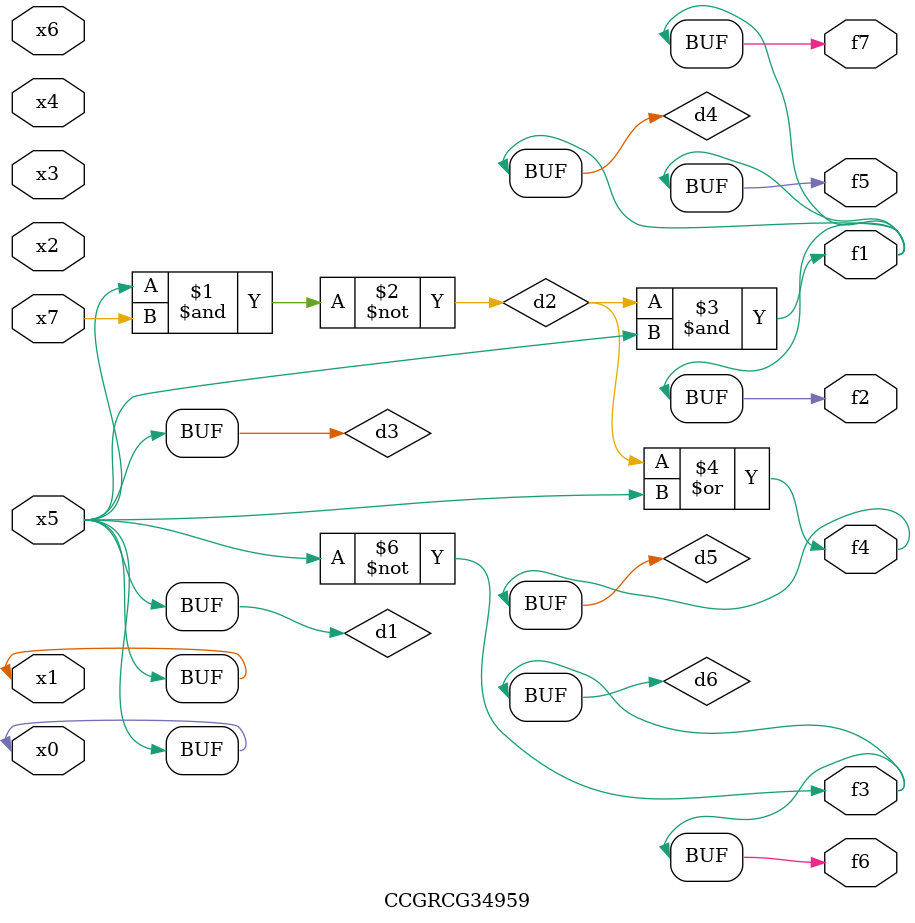
<source format=v>
module CCGRCG34959(
	input x0, x1, x2, x3, x4, x5, x6, x7,
	output f1, f2, f3, f4, f5, f6, f7
);

	wire d1, d2, d3, d4, d5, d6;

	buf (d1, x0, x5);
	nand (d2, x5, x7);
	buf (d3, x0, x1);
	and (d4, d2, d3);
	or (d5, d2, d3);
	nor (d6, d1, d3);
	assign f1 = d4;
	assign f2 = d4;
	assign f3 = d6;
	assign f4 = d5;
	assign f5 = d4;
	assign f6 = d6;
	assign f7 = d4;
endmodule

</source>
